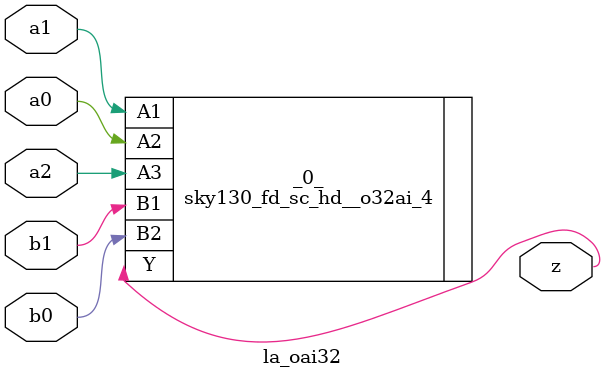
<source format=v>

/* Generated by Yosys 0.44 (git sha1 80ba43d26, g++ 11.4.0-1ubuntu1~22.04 -fPIC -O3) */

(* top =  1  *)
(* src = "inputs/la_oai32.v:10.1-23.10" *)
module la_oai32 (
    a0,
    a1,
    a2,
    b0,
    b1,
    z
);
  (* src = "inputs/la_oai32.v:13.12-13.14" *)
  input a0;
  wire a0;
  (* src = "inputs/la_oai32.v:14.12-14.14" *)
  input a1;
  wire a1;
  (* src = "inputs/la_oai32.v:15.12-15.14" *)
  input a2;
  wire a2;
  (* src = "inputs/la_oai32.v:16.12-16.14" *)
  input b0;
  wire b0;
  (* src = "inputs/la_oai32.v:17.12-17.14" *)
  input b1;
  wire b1;
  (* src = "inputs/la_oai32.v:18.12-18.13" *)
  output z;
  wire z;
  sky130_fd_sc_hd__o32ai_4 _0_ (
      .A1(a1),
      .A2(a0),
      .A3(a2),
      .B1(b1),
      .B2(b0),
      .Y (z)
  );
endmodule

</source>
